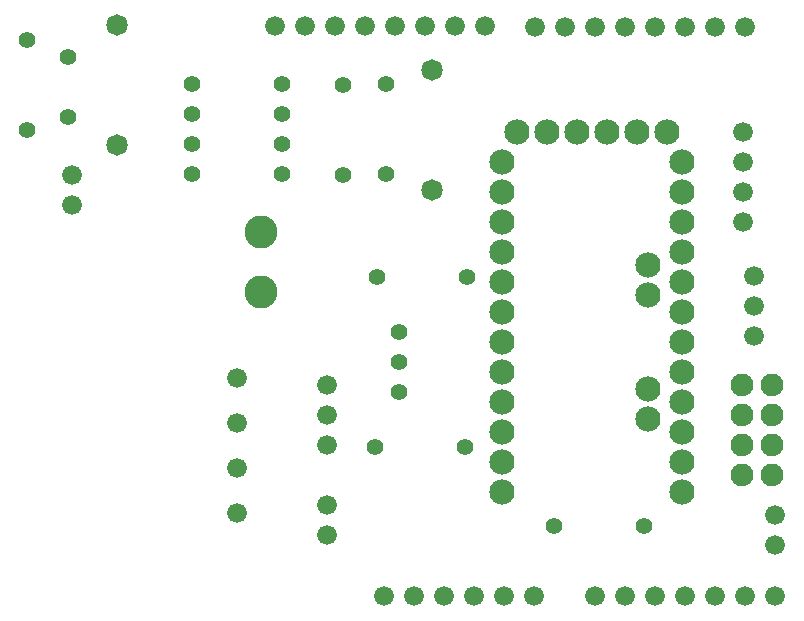
<source format=gbr>
G04 EAGLE Gerber RS-274X export*
G75*
%MOMM*%
%FSLAX34Y34*%
%LPD*%
%INSoldermask Top*%
%IPPOS*%
%AMOC8*
5,1,8,0,0,1.08239X$1,22.5*%
G01*
%ADD10C,1.391919*%
%ADD11C,1.818638*%
%ADD12C,1.676400*%
%ADD13C,2.133600*%
%ADD14C,2.794000*%
%ADD15C,1.930400*%


D10*
X838962Y381762D03*
X838962Y457962D03*
X571500Y495300D03*
X571500Y419100D03*
D11*
X647700Y406400D03*
X647700Y508000D03*
D10*
X886460Y248412D03*
X886460Y197612D03*
X886460Y223012D03*
X875284Y382016D03*
X875284Y458216D03*
D12*
X825500Y152400D03*
X825500Y177800D03*
X825500Y203200D03*
D13*
X973074Y392430D03*
X973074Y367030D03*
X973074Y341630D03*
X973074Y316230D03*
X973074Y290830D03*
X973074Y265430D03*
X973074Y240030D03*
X973074Y214630D03*
X973074Y189230D03*
X973074Y163830D03*
X973074Y138430D03*
X973074Y113030D03*
X1125474Y113030D03*
X1125474Y138430D03*
X1125474Y163830D03*
X1125474Y189230D03*
X1125474Y214630D03*
X1125474Y240030D03*
X1125474Y265430D03*
X1125474Y290830D03*
X1125474Y316230D03*
X1125474Y341630D03*
X1125474Y367030D03*
X1125474Y392430D03*
X1096899Y174943D03*
X1096899Y200343D03*
X1096899Y305118D03*
X1096899Y279718D03*
X985774Y417830D03*
X1011174Y417830D03*
X1036574Y417830D03*
X1061974Y417830D03*
X1087374Y417830D03*
X1112774Y417830D03*
D12*
X749300Y95250D03*
X749300Y133350D03*
X749300Y171450D03*
X749300Y209550D03*
X825500Y101600D03*
X825500Y76200D03*
D14*
X769366Y332994D03*
X769366Y282194D03*
D10*
X606298Y481584D03*
X606298Y430784D03*
D11*
X914400Y368300D03*
X914400Y469900D03*
D15*
X1201674Y127762D03*
X1176274Y127762D03*
X1201674Y153162D03*
X1176274Y153162D03*
X1201674Y178562D03*
X1176274Y178562D03*
X1201674Y203962D03*
X1176274Y203962D03*
D12*
X1204214Y93726D03*
X1204214Y68326D03*
X1186688Y295656D03*
X1186688Y270256D03*
X1186688Y244856D03*
X609600Y381000D03*
X609600Y355600D03*
X1177544Y341376D03*
X1177544Y366776D03*
X1177544Y392176D03*
X1177544Y417576D03*
D10*
X710692Y458470D03*
X710692Y433070D03*
X786892Y433070D03*
X786892Y458470D03*
X710692Y407670D03*
X710692Y382270D03*
X786892Y407670D03*
X786892Y382270D03*
X867156Y295402D03*
X943356Y295402D03*
X942086Y150876D03*
X865886Y150876D03*
X1017270Y84328D03*
X1093470Y84328D03*
D12*
X781558Y507492D03*
X806958Y507492D03*
X832358Y507492D03*
X857758Y507492D03*
X883158Y507492D03*
X908558Y507492D03*
X933958Y507492D03*
X959358Y507492D03*
X1001522Y506730D03*
X1026922Y506730D03*
X1052322Y506730D03*
X1077722Y506730D03*
X1103122Y506730D03*
X1128522Y506730D03*
X1153922Y506730D03*
X1179322Y506730D03*
X1051814Y24638D03*
X1077214Y24638D03*
X1102614Y24638D03*
X1128014Y24638D03*
X1153414Y24638D03*
X1178814Y24638D03*
X1204214Y24638D03*
X873760Y24892D03*
X899160Y24892D03*
X924560Y24892D03*
X949960Y24892D03*
X975360Y24892D03*
X1000760Y24892D03*
M02*

</source>
